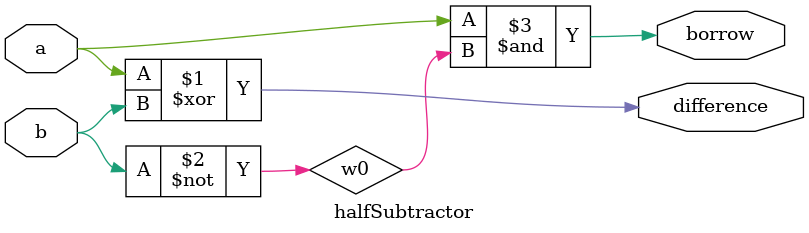
<source format=v>
module halfSubtractor (
    output difference,borrow,input a,b
);
    wire w0;
    xor x0(difference,a,b);
    nor n0(w0,b);
    and a0(borrow,a,w0);
endmodule
</source>
